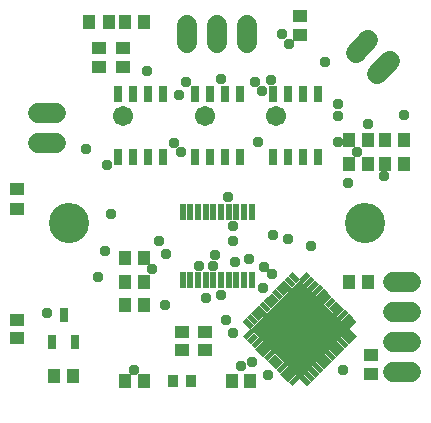
<source format=gbr>
G04 EAGLE Gerber RS-274X export*
G75*
%MOMM*%
%FSLAX34Y34*%
%LPD*%
%INSoldermask Top*%
%IPPOS*%
%AMOC8*
5,1,8,0,0,1.08239X$1,22.5*%
G01*
G04 Define Apertures*
%ADD10C,3.403200*%
%ADD11R,1.124100X1.173400*%
%ADD12R,0.711200X1.441400*%
%ADD13R,1.177100X1.001900*%
%ADD14R,1.001900X1.177100*%
%ADD15R,0.508000X1.365200*%
%ADD16C,1.727200*%
%ADD17R,0.458000X0.911200*%
%ADD18R,5.892800X5.892800*%
%ADD19R,1.173400X1.124100*%
%ADD20R,0.815000X1.115000*%
%ADD21R,0.731200X1.212800*%
%ADD22C,0.959600*%
%ADD23C,1.703200*%
D10*
X-125000Y0D03*
X125000Y0D03*
D11*
X-62254Y-30000D03*
X-77746Y-30000D03*
X-77746Y-50000D03*
X-62254Y-50000D03*
X-77746Y-70000D03*
X-62254Y-70000D03*
D12*
X85050Y108805D03*
X72350Y108805D03*
X59650Y108805D03*
X46950Y108805D03*
X46950Y55195D03*
X59650Y55195D03*
X72350Y55195D03*
X85050Y55195D03*
D13*
X-169209Y11848D03*
X-169209Y28152D03*
D12*
X19050Y109289D03*
X6350Y109289D03*
X-6350Y109289D03*
X-19050Y109289D03*
X-19050Y55679D03*
X-6350Y55679D03*
X6350Y55679D03*
X19050Y55679D03*
X-45950Y108805D03*
X-58650Y108805D03*
X-71350Y108805D03*
X-84050Y108805D03*
X-84050Y55195D03*
X-71350Y55195D03*
X-58650Y55195D03*
X-45950Y55195D03*
D14*
X158152Y70000D03*
X141848Y70000D03*
X111848Y70000D03*
X128152Y70000D03*
D13*
X-80000Y148152D03*
X-80000Y131848D03*
D14*
X158152Y50000D03*
X141848Y50000D03*
X111848Y50000D03*
X128152Y50000D03*
D13*
X-100000Y148152D03*
X-100000Y131848D03*
D15*
X-29249Y-48710D03*
X-22750Y-48710D03*
X-16250Y-48710D03*
X-9750Y-48710D03*
X-3250Y-48710D03*
X3250Y-48710D03*
X9750Y-48710D03*
X16250Y-48710D03*
X22750Y-48710D03*
X29249Y-48710D03*
X29249Y8710D03*
X22750Y8710D03*
X16250Y8710D03*
X9750Y8710D03*
X3250Y8710D03*
X-3250Y8710D03*
X-9750Y8710D03*
X-16250Y8710D03*
X-22750Y8710D03*
X-29249Y8710D03*
D16*
X-25400Y152380D02*
X-25400Y167620D01*
X0Y167620D02*
X0Y152380D01*
X25400Y152380D02*
X25400Y167620D01*
X-136218Y67300D02*
X-151458Y67300D01*
X-151458Y92700D02*
X-136218Y92700D01*
X148662Y-126383D02*
X163902Y-126383D01*
X163902Y-100983D02*
X148662Y-100983D01*
X148662Y-75583D02*
X163902Y-75583D01*
X163902Y-50183D02*
X148662Y-50183D01*
D17*
G36*
X115103Y-80550D02*
X118341Y-83788D01*
X111899Y-90230D01*
X108661Y-86992D01*
X115103Y-80550D01*
G37*
G36*
X111568Y-77014D02*
X114806Y-80252D01*
X108364Y-86694D01*
X105126Y-83456D01*
X111568Y-77014D01*
G37*
G36*
X108032Y-73479D02*
X111270Y-76717D01*
X104828Y-83159D01*
X101590Y-79921D01*
X108032Y-73479D01*
G37*
G36*
X104497Y-69943D02*
X107735Y-73181D01*
X101293Y-79623D01*
X98055Y-76385D01*
X104497Y-69943D01*
G37*
G36*
X100961Y-66408D02*
X104199Y-69646D01*
X97757Y-76088D01*
X94519Y-72850D01*
X100961Y-66408D01*
G37*
G36*
X97426Y-62872D02*
X100664Y-66110D01*
X94222Y-72552D01*
X90984Y-69314D01*
X97426Y-62872D01*
G37*
G36*
X93890Y-59336D02*
X97128Y-62574D01*
X90686Y-69016D01*
X87448Y-65778D01*
X93890Y-59336D01*
G37*
G36*
X90354Y-55801D02*
X93592Y-59039D01*
X87150Y-65481D01*
X83912Y-62243D01*
X90354Y-55801D01*
G37*
G36*
X86819Y-52265D02*
X90057Y-55503D01*
X83615Y-61945D01*
X80377Y-58707D01*
X86819Y-52265D01*
G37*
G36*
X83283Y-48730D02*
X86521Y-51968D01*
X80079Y-58410D01*
X76841Y-55172D01*
X83283Y-48730D01*
G37*
G36*
X79748Y-45194D02*
X82986Y-48432D01*
X76544Y-54874D01*
X73306Y-51636D01*
X79748Y-45194D01*
G37*
G36*
X76212Y-41659D02*
X79450Y-44897D01*
X73008Y-51339D01*
X69770Y-48101D01*
X76212Y-41659D01*
G37*
G36*
X70230Y-48101D02*
X66992Y-51339D01*
X60550Y-44897D01*
X63788Y-41659D01*
X70230Y-48101D01*
G37*
G36*
X66694Y-51636D02*
X63456Y-54874D01*
X57014Y-48432D01*
X60252Y-45194D01*
X66694Y-51636D01*
G37*
G36*
X63159Y-55172D02*
X59921Y-58410D01*
X53479Y-51968D01*
X56717Y-48730D01*
X63159Y-55172D01*
G37*
G36*
X59623Y-58707D02*
X56385Y-61945D01*
X49943Y-55503D01*
X53181Y-52265D01*
X59623Y-58707D01*
G37*
G36*
X56088Y-62243D02*
X52850Y-65481D01*
X46408Y-59039D01*
X49646Y-55801D01*
X56088Y-62243D01*
G37*
G36*
X52552Y-65778D02*
X49314Y-69016D01*
X42872Y-62574D01*
X46110Y-59336D01*
X52552Y-65778D01*
G37*
G36*
X49016Y-69314D02*
X45778Y-72552D01*
X39336Y-66110D01*
X42574Y-62872D01*
X49016Y-69314D01*
G37*
G36*
X45481Y-72850D02*
X42243Y-76088D01*
X35801Y-69646D01*
X39039Y-66408D01*
X45481Y-72850D01*
G37*
G36*
X41945Y-76385D02*
X38707Y-79623D01*
X32265Y-73181D01*
X35503Y-69943D01*
X41945Y-76385D01*
G37*
G36*
X38410Y-79921D02*
X35172Y-83159D01*
X28730Y-76717D01*
X31968Y-73479D01*
X38410Y-79921D01*
G37*
G36*
X34874Y-83456D02*
X31636Y-86694D01*
X25194Y-80252D01*
X28432Y-77014D01*
X34874Y-83456D01*
G37*
G36*
X31339Y-86992D02*
X28101Y-90230D01*
X21659Y-83788D01*
X24897Y-80550D01*
X31339Y-86992D01*
G37*
G36*
X28101Y-89770D02*
X31339Y-93008D01*
X24897Y-99450D01*
X21659Y-96212D01*
X28101Y-89770D01*
G37*
G36*
X31636Y-93306D02*
X34874Y-96544D01*
X28432Y-102986D01*
X25194Y-99748D01*
X31636Y-93306D01*
G37*
G36*
X35172Y-96841D02*
X38410Y-100079D01*
X31968Y-106521D01*
X28730Y-103283D01*
X35172Y-96841D01*
G37*
G36*
X38707Y-100377D02*
X41945Y-103615D01*
X35503Y-110057D01*
X32265Y-106819D01*
X38707Y-100377D01*
G37*
G36*
X42243Y-103912D02*
X45481Y-107150D01*
X39039Y-113592D01*
X35801Y-110354D01*
X42243Y-103912D01*
G37*
G36*
X45778Y-107448D02*
X49016Y-110686D01*
X42574Y-117128D01*
X39336Y-113890D01*
X45778Y-107448D01*
G37*
G36*
X49314Y-110984D02*
X52552Y-114222D01*
X46110Y-120664D01*
X42872Y-117426D01*
X49314Y-110984D01*
G37*
G36*
X52850Y-114519D02*
X56088Y-117757D01*
X49646Y-124199D01*
X46408Y-120961D01*
X52850Y-114519D01*
G37*
G36*
X56385Y-118055D02*
X59623Y-121293D01*
X53181Y-127735D01*
X49943Y-124497D01*
X56385Y-118055D01*
G37*
G36*
X59921Y-121590D02*
X63159Y-124828D01*
X56717Y-131270D01*
X53479Y-128032D01*
X59921Y-121590D01*
G37*
G36*
X63456Y-125126D02*
X66694Y-128364D01*
X60252Y-134806D01*
X57014Y-131568D01*
X63456Y-125126D01*
G37*
G36*
X66992Y-128661D02*
X70230Y-131899D01*
X63788Y-138341D01*
X60550Y-135103D01*
X66992Y-128661D01*
G37*
G36*
X79450Y-135103D02*
X76212Y-138341D01*
X69770Y-131899D01*
X73008Y-128661D01*
X79450Y-135103D01*
G37*
G36*
X82986Y-131568D02*
X79748Y-134806D01*
X73306Y-128364D01*
X76544Y-125126D01*
X82986Y-131568D01*
G37*
G36*
X86521Y-128032D02*
X83283Y-131270D01*
X76841Y-124828D01*
X80079Y-121590D01*
X86521Y-128032D01*
G37*
G36*
X90057Y-124497D02*
X86819Y-127735D01*
X80377Y-121293D01*
X83615Y-118055D01*
X90057Y-124497D01*
G37*
G36*
X93592Y-120961D02*
X90354Y-124199D01*
X83912Y-117757D01*
X87150Y-114519D01*
X93592Y-120961D01*
G37*
G36*
X97128Y-117426D02*
X93890Y-120664D01*
X87448Y-114222D01*
X90686Y-110984D01*
X97128Y-117426D01*
G37*
G36*
X100664Y-113890D02*
X97426Y-117128D01*
X90984Y-110686D01*
X94222Y-107448D01*
X100664Y-113890D01*
G37*
G36*
X104199Y-110354D02*
X100961Y-113592D01*
X94519Y-107150D01*
X97757Y-103912D01*
X104199Y-110354D01*
G37*
G36*
X107735Y-106819D02*
X104497Y-110057D01*
X98055Y-103615D01*
X101293Y-100377D01*
X107735Y-106819D01*
G37*
G36*
X111270Y-103283D02*
X108032Y-106521D01*
X101590Y-100079D01*
X104828Y-96841D01*
X111270Y-103283D01*
G37*
G36*
X114806Y-99748D02*
X111568Y-102986D01*
X105126Y-96544D01*
X108364Y-93306D01*
X114806Y-99748D01*
G37*
G36*
X118341Y-96212D02*
X115103Y-99450D01*
X108661Y-93008D01*
X111899Y-89770D01*
X118341Y-96212D01*
G37*
D18*
G36*
X28332Y-90000D02*
X70000Y-48332D01*
X111668Y-90000D01*
X70000Y-131668D01*
X28332Y-90000D01*
G37*
D19*
X-30000Y-92254D03*
X-30000Y-107746D03*
D11*
X27746Y-134227D03*
X12254Y-134227D03*
D19*
X-10000Y-92254D03*
X-10000Y-107746D03*
D20*
X-37500Y-134519D03*
X-22500Y-134519D03*
D14*
X-78152Y-134209D03*
X-61848Y-134209D03*
X111848Y-50000D03*
X128152Y-50000D03*
D13*
X130000Y-111848D03*
X130000Y-128152D03*
D21*
X-139500Y-101438D03*
X-120500Y-101438D03*
X-130000Y-78562D03*
D11*
X-137746Y-130000D03*
X-122254Y-130000D03*
D19*
X-169227Y-82254D03*
X-169227Y-97746D03*
D16*
X117250Y143592D02*
X128026Y154368D01*
X145986Y136408D02*
X135210Y125632D01*
D13*
X70000Y158781D03*
X70000Y175085D03*
D14*
X-78152Y170000D03*
X-61848Y170000D03*
X-108152Y170000D03*
X-91848Y170000D03*
D22*
X46292Y-43768D03*
X-9144Y-64008D03*
X-15240Y-36576D03*
X-3048Y-36576D03*
X13812Y-93440D03*
X15240Y-33528D03*
X39127Y-54960D03*
X102108Y89916D03*
X-48768Y-15240D03*
X54864Y160020D03*
X-54864Y-39624D03*
X102108Y68580D03*
X35052Y68580D03*
X32004Y118872D03*
X-43576Y-26384D03*
X-59436Y128016D03*
X-32004Y108204D03*
X-36576Y67056D03*
X9144Y21336D03*
X-44196Y-70104D03*
X79248Y-19812D03*
X-92964Y48768D03*
X13716Y-3048D03*
X-111252Y62484D03*
X-1524Y-27432D03*
X111252Y33528D03*
X39794Y-37414D03*
D23*
X-80000Y90000D03*
X-10000Y90000D03*
X50000Y90000D03*
D22*
X91440Y135636D03*
X102108Y100584D03*
X27432Y-30480D03*
X3048Y-60960D03*
X-143684Y-76772D03*
X-100584Y-45720D03*
X45720Y120396D03*
X60960Y150876D03*
X128016Y83820D03*
X3048Y121920D03*
X141732Y39624D03*
X38100Y111252D03*
X-25908Y118872D03*
X118872Y59436D03*
X-30480Y59436D03*
X-89916Y7620D03*
X-70104Y-124968D03*
X106680Y-124968D03*
X20488Y-121191D03*
X-94488Y-24384D03*
X13716Y-15240D03*
X59979Y-13687D03*
X7744Y-82296D03*
X47244Y-10668D03*
X29576Y-117872D03*
X158496Y91440D03*
X42771Y-129200D03*
M02*

</source>
